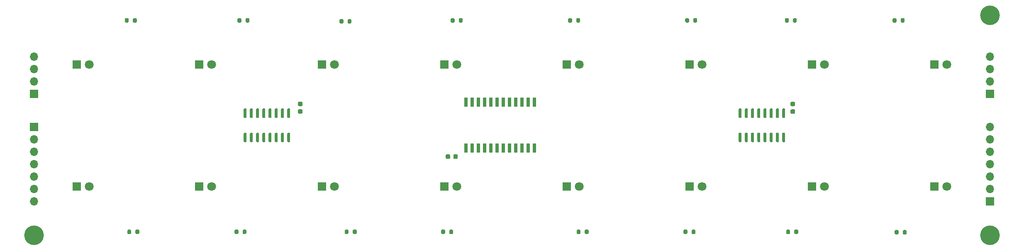
<source format=gbr>
%TF.GenerationSoftware,KiCad,Pcbnew,(5.1.7-0-10_14)*%
%TF.CreationDate,2020-10-27T13:19:28-03:00*%
%TF.ProjectId,macedo module 3,6d616365-646f-4206-9d6f-64756c652033,1*%
%TF.SameCoordinates,Original*%
%TF.FileFunction,Soldermask,Bot*%
%TF.FilePolarity,Negative*%
%FSLAX46Y46*%
G04 Gerber Fmt 4.6, Leading zero omitted, Abs format (unit mm)*
G04 Created by KiCad (PCBNEW (5.1.7-0-10_14)) date 2020-10-27 13:19:28*
%MOMM*%
%LPD*%
G01*
G04 APERTURE LIST*
%ADD10C,4.000000*%
%ADD11R,0.650000X1.950000*%
%ADD12C,1.800000*%
%ADD13R,1.800000X1.800000*%
%ADD14O,1.700000X1.700000*%
%ADD15R,1.700000X1.700000*%
G04 APERTURE END LIST*
D10*
%TO.C,REF\u002A\u002A*%
X247100000Y-64400000D03*
%TD*%
D11*
%TO.C,cd4067d1*%
X140165000Y-82125000D03*
X141435000Y-82125000D03*
X142705000Y-82125000D03*
X143975000Y-82125000D03*
X145245000Y-82125000D03*
X146515000Y-82125000D03*
X147785000Y-82125000D03*
X149055000Y-82125000D03*
X150325000Y-82125000D03*
X151595000Y-82125000D03*
X152865000Y-82125000D03*
X154135000Y-82125000D03*
X154135000Y-91575000D03*
X152865000Y-91575000D03*
X151595000Y-91575000D03*
X150325000Y-91575000D03*
X149055000Y-91575000D03*
X147785000Y-91575000D03*
X146515000Y-91575000D03*
X145245000Y-91575000D03*
X143975000Y-91575000D03*
X142705000Y-91575000D03*
X141435000Y-91575000D03*
X140165000Y-91575000D03*
%TD*%
D10*
%TO.C,REF\u002A\u002A*%
X247100000Y-109400000D03*
%TD*%
%TO.C,REF\u002A\u002A*%
X52100000Y-109400000D03*
%TD*%
D12*
%TO.C,D1*%
X63340000Y-74400000D03*
D13*
X60800000Y-74400000D03*
%TD*%
%TO.C,D2*%
X60800000Y-99400000D03*
D12*
X63340000Y-99400000D03*
%TD*%
D13*
%TO.C,D3*%
X85800000Y-74400000D03*
D12*
X88340000Y-74400000D03*
%TD*%
D13*
%TO.C,D4*%
X85800000Y-99400000D03*
D12*
X88340000Y-99400000D03*
%TD*%
%TO.C,D5*%
X113340000Y-74400000D03*
D13*
X110800000Y-74400000D03*
%TD*%
%TO.C,D6*%
X110800000Y-99400000D03*
D12*
X113340000Y-99400000D03*
%TD*%
D13*
%TO.C,D7*%
X135800000Y-74400000D03*
D12*
X138340000Y-74400000D03*
%TD*%
%TO.C,D8*%
X138340000Y-99400000D03*
D13*
X135800000Y-99400000D03*
%TD*%
%TO.C,D9*%
X160800000Y-74400000D03*
D12*
X163340000Y-74400000D03*
%TD*%
%TO.C,D10*%
X163340000Y-99400000D03*
D13*
X160800000Y-99400000D03*
%TD*%
D12*
%TO.C,D11*%
X188340000Y-74400000D03*
D13*
X185800000Y-74400000D03*
%TD*%
D12*
%TO.C,D12*%
X188340000Y-99400000D03*
D13*
X185800000Y-99400000D03*
%TD*%
%TO.C,D13*%
X210800000Y-74400000D03*
D12*
X213340000Y-74400000D03*
%TD*%
%TO.C,D14*%
X213340000Y-99400000D03*
D13*
X210800000Y-99400000D03*
%TD*%
D12*
%TO.C,D15*%
X238340000Y-74400000D03*
D13*
X235800000Y-74400000D03*
%TD*%
%TO.C,D16*%
X235800000Y-99400000D03*
D12*
X238340000Y-99400000D03*
%TD*%
D14*
%TO.C,4067_conn_1*%
X247100000Y-87200000D03*
X247100000Y-89740000D03*
X247100000Y-92280000D03*
X247100000Y-94820000D03*
X247100000Y-97360000D03*
X247100000Y-99900000D03*
D15*
X247100000Y-102440000D03*
%TD*%
%TO.C,4067_conn_2*%
X52100000Y-87190000D03*
D14*
X52100000Y-89730000D03*
X52100000Y-92270000D03*
X52100000Y-94810000D03*
X52100000Y-97350000D03*
X52100000Y-99890000D03*
X52100000Y-102430000D03*
%TD*%
D15*
%TO.C,595_conn_1*%
X52100000Y-80440000D03*
D14*
X52100000Y-77900000D03*
X52100000Y-75360000D03*
X52100000Y-72820000D03*
%TD*%
%TO.C,74hc595*%
G36*
G01*
X104195000Y-85400000D02*
X103895000Y-85400000D01*
G75*
G02*
X103745000Y-85250000I0J150000D01*
G01*
X103745000Y-83600000D01*
G75*
G02*
X103895000Y-83450000I150000J0D01*
G01*
X104195000Y-83450000D01*
G75*
G02*
X104345000Y-83600000I0J-150000D01*
G01*
X104345000Y-85250000D01*
G75*
G02*
X104195000Y-85400000I-150000J0D01*
G01*
G37*
G36*
G01*
X102925000Y-85400000D02*
X102625000Y-85400000D01*
G75*
G02*
X102475000Y-85250000I0J150000D01*
G01*
X102475000Y-83600000D01*
G75*
G02*
X102625000Y-83450000I150000J0D01*
G01*
X102925000Y-83450000D01*
G75*
G02*
X103075000Y-83600000I0J-150000D01*
G01*
X103075000Y-85250000D01*
G75*
G02*
X102925000Y-85400000I-150000J0D01*
G01*
G37*
G36*
G01*
X101655000Y-85400000D02*
X101355000Y-85400000D01*
G75*
G02*
X101205000Y-85250000I0J150000D01*
G01*
X101205000Y-83600000D01*
G75*
G02*
X101355000Y-83450000I150000J0D01*
G01*
X101655000Y-83450000D01*
G75*
G02*
X101805000Y-83600000I0J-150000D01*
G01*
X101805000Y-85250000D01*
G75*
G02*
X101655000Y-85400000I-150000J0D01*
G01*
G37*
G36*
G01*
X100385000Y-85400000D02*
X100085000Y-85400000D01*
G75*
G02*
X99935000Y-85250000I0J150000D01*
G01*
X99935000Y-83600000D01*
G75*
G02*
X100085000Y-83450000I150000J0D01*
G01*
X100385000Y-83450000D01*
G75*
G02*
X100535000Y-83600000I0J-150000D01*
G01*
X100535000Y-85250000D01*
G75*
G02*
X100385000Y-85400000I-150000J0D01*
G01*
G37*
G36*
G01*
X99115000Y-85400000D02*
X98815000Y-85400000D01*
G75*
G02*
X98665000Y-85250000I0J150000D01*
G01*
X98665000Y-83600000D01*
G75*
G02*
X98815000Y-83450000I150000J0D01*
G01*
X99115000Y-83450000D01*
G75*
G02*
X99265000Y-83600000I0J-150000D01*
G01*
X99265000Y-85250000D01*
G75*
G02*
X99115000Y-85400000I-150000J0D01*
G01*
G37*
G36*
G01*
X97845000Y-85400000D02*
X97545000Y-85400000D01*
G75*
G02*
X97395000Y-85250000I0J150000D01*
G01*
X97395000Y-83600000D01*
G75*
G02*
X97545000Y-83450000I150000J0D01*
G01*
X97845000Y-83450000D01*
G75*
G02*
X97995000Y-83600000I0J-150000D01*
G01*
X97995000Y-85250000D01*
G75*
G02*
X97845000Y-85400000I-150000J0D01*
G01*
G37*
G36*
G01*
X96575000Y-85400000D02*
X96275000Y-85400000D01*
G75*
G02*
X96125000Y-85250000I0J150000D01*
G01*
X96125000Y-83600000D01*
G75*
G02*
X96275000Y-83450000I150000J0D01*
G01*
X96575000Y-83450000D01*
G75*
G02*
X96725000Y-83600000I0J-150000D01*
G01*
X96725000Y-85250000D01*
G75*
G02*
X96575000Y-85400000I-150000J0D01*
G01*
G37*
G36*
G01*
X95305000Y-85400000D02*
X95005000Y-85400000D01*
G75*
G02*
X94855000Y-85250000I0J150000D01*
G01*
X94855000Y-83600000D01*
G75*
G02*
X95005000Y-83450000I150000J0D01*
G01*
X95305000Y-83450000D01*
G75*
G02*
X95455000Y-83600000I0J-150000D01*
G01*
X95455000Y-85250000D01*
G75*
G02*
X95305000Y-85400000I-150000J0D01*
G01*
G37*
G36*
G01*
X95305000Y-90350000D02*
X95005000Y-90350000D01*
G75*
G02*
X94855000Y-90200000I0J150000D01*
G01*
X94855000Y-88550000D01*
G75*
G02*
X95005000Y-88400000I150000J0D01*
G01*
X95305000Y-88400000D01*
G75*
G02*
X95455000Y-88550000I0J-150000D01*
G01*
X95455000Y-90200000D01*
G75*
G02*
X95305000Y-90350000I-150000J0D01*
G01*
G37*
G36*
G01*
X96575000Y-90350000D02*
X96275000Y-90350000D01*
G75*
G02*
X96125000Y-90200000I0J150000D01*
G01*
X96125000Y-88550000D01*
G75*
G02*
X96275000Y-88400000I150000J0D01*
G01*
X96575000Y-88400000D01*
G75*
G02*
X96725000Y-88550000I0J-150000D01*
G01*
X96725000Y-90200000D01*
G75*
G02*
X96575000Y-90350000I-150000J0D01*
G01*
G37*
G36*
G01*
X97845000Y-90350000D02*
X97545000Y-90350000D01*
G75*
G02*
X97395000Y-90200000I0J150000D01*
G01*
X97395000Y-88550000D01*
G75*
G02*
X97545000Y-88400000I150000J0D01*
G01*
X97845000Y-88400000D01*
G75*
G02*
X97995000Y-88550000I0J-150000D01*
G01*
X97995000Y-90200000D01*
G75*
G02*
X97845000Y-90350000I-150000J0D01*
G01*
G37*
G36*
G01*
X99115000Y-90350000D02*
X98815000Y-90350000D01*
G75*
G02*
X98665000Y-90200000I0J150000D01*
G01*
X98665000Y-88550000D01*
G75*
G02*
X98815000Y-88400000I150000J0D01*
G01*
X99115000Y-88400000D01*
G75*
G02*
X99265000Y-88550000I0J-150000D01*
G01*
X99265000Y-90200000D01*
G75*
G02*
X99115000Y-90350000I-150000J0D01*
G01*
G37*
G36*
G01*
X100385000Y-90350000D02*
X100085000Y-90350000D01*
G75*
G02*
X99935000Y-90200000I0J150000D01*
G01*
X99935000Y-88550000D01*
G75*
G02*
X100085000Y-88400000I150000J0D01*
G01*
X100385000Y-88400000D01*
G75*
G02*
X100535000Y-88550000I0J-150000D01*
G01*
X100535000Y-90200000D01*
G75*
G02*
X100385000Y-90350000I-150000J0D01*
G01*
G37*
G36*
G01*
X101655000Y-90350000D02*
X101355000Y-90350000D01*
G75*
G02*
X101205000Y-90200000I0J150000D01*
G01*
X101205000Y-88550000D01*
G75*
G02*
X101355000Y-88400000I150000J0D01*
G01*
X101655000Y-88400000D01*
G75*
G02*
X101805000Y-88550000I0J-150000D01*
G01*
X101805000Y-90200000D01*
G75*
G02*
X101655000Y-90350000I-150000J0D01*
G01*
G37*
G36*
G01*
X102925000Y-90350000D02*
X102625000Y-90350000D01*
G75*
G02*
X102475000Y-90200000I0J150000D01*
G01*
X102475000Y-88550000D01*
G75*
G02*
X102625000Y-88400000I150000J0D01*
G01*
X102925000Y-88400000D01*
G75*
G02*
X103075000Y-88550000I0J-150000D01*
G01*
X103075000Y-90200000D01*
G75*
G02*
X102925000Y-90350000I-150000J0D01*
G01*
G37*
G36*
G01*
X104195000Y-90350000D02*
X103895000Y-90350000D01*
G75*
G02*
X103745000Y-90200000I0J150000D01*
G01*
X103745000Y-88550000D01*
G75*
G02*
X103895000Y-88400000I150000J0D01*
G01*
X104195000Y-88400000D01*
G75*
G02*
X104345000Y-88550000I0J-150000D01*
G01*
X104345000Y-90200000D01*
G75*
G02*
X104195000Y-90350000I-150000J0D01*
G01*
G37*
%TD*%
%TO.C,74hc595_2*%
G36*
G01*
X205195000Y-90350000D02*
X204895000Y-90350000D01*
G75*
G02*
X204745000Y-90200000I0J150000D01*
G01*
X204745000Y-88550000D01*
G75*
G02*
X204895000Y-88400000I150000J0D01*
G01*
X205195000Y-88400000D01*
G75*
G02*
X205345000Y-88550000I0J-150000D01*
G01*
X205345000Y-90200000D01*
G75*
G02*
X205195000Y-90350000I-150000J0D01*
G01*
G37*
G36*
G01*
X203925000Y-90350000D02*
X203625000Y-90350000D01*
G75*
G02*
X203475000Y-90200000I0J150000D01*
G01*
X203475000Y-88550000D01*
G75*
G02*
X203625000Y-88400000I150000J0D01*
G01*
X203925000Y-88400000D01*
G75*
G02*
X204075000Y-88550000I0J-150000D01*
G01*
X204075000Y-90200000D01*
G75*
G02*
X203925000Y-90350000I-150000J0D01*
G01*
G37*
G36*
G01*
X202655000Y-90350000D02*
X202355000Y-90350000D01*
G75*
G02*
X202205000Y-90200000I0J150000D01*
G01*
X202205000Y-88550000D01*
G75*
G02*
X202355000Y-88400000I150000J0D01*
G01*
X202655000Y-88400000D01*
G75*
G02*
X202805000Y-88550000I0J-150000D01*
G01*
X202805000Y-90200000D01*
G75*
G02*
X202655000Y-90350000I-150000J0D01*
G01*
G37*
G36*
G01*
X201385000Y-90350000D02*
X201085000Y-90350000D01*
G75*
G02*
X200935000Y-90200000I0J150000D01*
G01*
X200935000Y-88550000D01*
G75*
G02*
X201085000Y-88400000I150000J0D01*
G01*
X201385000Y-88400000D01*
G75*
G02*
X201535000Y-88550000I0J-150000D01*
G01*
X201535000Y-90200000D01*
G75*
G02*
X201385000Y-90350000I-150000J0D01*
G01*
G37*
G36*
G01*
X200115000Y-90350000D02*
X199815000Y-90350000D01*
G75*
G02*
X199665000Y-90200000I0J150000D01*
G01*
X199665000Y-88550000D01*
G75*
G02*
X199815000Y-88400000I150000J0D01*
G01*
X200115000Y-88400000D01*
G75*
G02*
X200265000Y-88550000I0J-150000D01*
G01*
X200265000Y-90200000D01*
G75*
G02*
X200115000Y-90350000I-150000J0D01*
G01*
G37*
G36*
G01*
X198845000Y-90350000D02*
X198545000Y-90350000D01*
G75*
G02*
X198395000Y-90200000I0J150000D01*
G01*
X198395000Y-88550000D01*
G75*
G02*
X198545000Y-88400000I150000J0D01*
G01*
X198845000Y-88400000D01*
G75*
G02*
X198995000Y-88550000I0J-150000D01*
G01*
X198995000Y-90200000D01*
G75*
G02*
X198845000Y-90350000I-150000J0D01*
G01*
G37*
G36*
G01*
X197575000Y-90350000D02*
X197275000Y-90350000D01*
G75*
G02*
X197125000Y-90200000I0J150000D01*
G01*
X197125000Y-88550000D01*
G75*
G02*
X197275000Y-88400000I150000J0D01*
G01*
X197575000Y-88400000D01*
G75*
G02*
X197725000Y-88550000I0J-150000D01*
G01*
X197725000Y-90200000D01*
G75*
G02*
X197575000Y-90350000I-150000J0D01*
G01*
G37*
G36*
G01*
X196305000Y-90350000D02*
X196005000Y-90350000D01*
G75*
G02*
X195855000Y-90200000I0J150000D01*
G01*
X195855000Y-88550000D01*
G75*
G02*
X196005000Y-88400000I150000J0D01*
G01*
X196305000Y-88400000D01*
G75*
G02*
X196455000Y-88550000I0J-150000D01*
G01*
X196455000Y-90200000D01*
G75*
G02*
X196305000Y-90350000I-150000J0D01*
G01*
G37*
G36*
G01*
X196305000Y-85400000D02*
X196005000Y-85400000D01*
G75*
G02*
X195855000Y-85250000I0J150000D01*
G01*
X195855000Y-83600000D01*
G75*
G02*
X196005000Y-83450000I150000J0D01*
G01*
X196305000Y-83450000D01*
G75*
G02*
X196455000Y-83600000I0J-150000D01*
G01*
X196455000Y-85250000D01*
G75*
G02*
X196305000Y-85400000I-150000J0D01*
G01*
G37*
G36*
G01*
X197575000Y-85400000D02*
X197275000Y-85400000D01*
G75*
G02*
X197125000Y-85250000I0J150000D01*
G01*
X197125000Y-83600000D01*
G75*
G02*
X197275000Y-83450000I150000J0D01*
G01*
X197575000Y-83450000D01*
G75*
G02*
X197725000Y-83600000I0J-150000D01*
G01*
X197725000Y-85250000D01*
G75*
G02*
X197575000Y-85400000I-150000J0D01*
G01*
G37*
G36*
G01*
X198845000Y-85400000D02*
X198545000Y-85400000D01*
G75*
G02*
X198395000Y-85250000I0J150000D01*
G01*
X198395000Y-83600000D01*
G75*
G02*
X198545000Y-83450000I150000J0D01*
G01*
X198845000Y-83450000D01*
G75*
G02*
X198995000Y-83600000I0J-150000D01*
G01*
X198995000Y-85250000D01*
G75*
G02*
X198845000Y-85400000I-150000J0D01*
G01*
G37*
G36*
G01*
X200115000Y-85400000D02*
X199815000Y-85400000D01*
G75*
G02*
X199665000Y-85250000I0J150000D01*
G01*
X199665000Y-83600000D01*
G75*
G02*
X199815000Y-83450000I150000J0D01*
G01*
X200115000Y-83450000D01*
G75*
G02*
X200265000Y-83600000I0J-150000D01*
G01*
X200265000Y-85250000D01*
G75*
G02*
X200115000Y-85400000I-150000J0D01*
G01*
G37*
G36*
G01*
X201385000Y-85400000D02*
X201085000Y-85400000D01*
G75*
G02*
X200935000Y-85250000I0J150000D01*
G01*
X200935000Y-83600000D01*
G75*
G02*
X201085000Y-83450000I150000J0D01*
G01*
X201385000Y-83450000D01*
G75*
G02*
X201535000Y-83600000I0J-150000D01*
G01*
X201535000Y-85250000D01*
G75*
G02*
X201385000Y-85400000I-150000J0D01*
G01*
G37*
G36*
G01*
X202655000Y-85400000D02*
X202355000Y-85400000D01*
G75*
G02*
X202205000Y-85250000I0J150000D01*
G01*
X202205000Y-83600000D01*
G75*
G02*
X202355000Y-83450000I150000J0D01*
G01*
X202655000Y-83450000D01*
G75*
G02*
X202805000Y-83600000I0J-150000D01*
G01*
X202805000Y-85250000D01*
G75*
G02*
X202655000Y-85400000I-150000J0D01*
G01*
G37*
G36*
G01*
X203925000Y-85400000D02*
X203625000Y-85400000D01*
G75*
G02*
X203475000Y-85250000I0J150000D01*
G01*
X203475000Y-83600000D01*
G75*
G02*
X203625000Y-83450000I150000J0D01*
G01*
X203925000Y-83450000D01*
G75*
G02*
X204075000Y-83600000I0J-150000D01*
G01*
X204075000Y-85250000D01*
G75*
G02*
X203925000Y-85400000I-150000J0D01*
G01*
G37*
G36*
G01*
X205195000Y-85400000D02*
X204895000Y-85400000D01*
G75*
G02*
X204745000Y-85250000I0J150000D01*
G01*
X204745000Y-83600000D01*
G75*
G02*
X204895000Y-83450000I150000J0D01*
G01*
X205195000Y-83450000D01*
G75*
G02*
X205345000Y-83600000I0J-150000D01*
G01*
X205345000Y-85250000D01*
G75*
G02*
X205195000Y-85400000I-150000J0D01*
G01*
G37*
%TD*%
D15*
%TO.C,595_conn_2*%
X247100000Y-80440000D03*
D14*
X247100000Y-77900000D03*
X247100000Y-75360000D03*
X247100000Y-72820000D03*
%TD*%
%TO.C,C1*%
G36*
G01*
X106150000Y-83600000D02*
X106650000Y-83600000D01*
G75*
G02*
X106875000Y-83825000I0J-225000D01*
G01*
X106875000Y-84275000D01*
G75*
G02*
X106650000Y-84500000I-225000J0D01*
G01*
X106150000Y-84500000D01*
G75*
G02*
X105925000Y-84275000I0J225000D01*
G01*
X105925000Y-83825000D01*
G75*
G02*
X106150000Y-83600000I225000J0D01*
G01*
G37*
G36*
G01*
X106150000Y-82050000D02*
X106650000Y-82050000D01*
G75*
G02*
X106875000Y-82275000I0J-225000D01*
G01*
X106875000Y-82725000D01*
G75*
G02*
X106650000Y-82950000I-225000J0D01*
G01*
X106150000Y-82950000D01*
G75*
G02*
X105925000Y-82725000I0J225000D01*
G01*
X105925000Y-82275000D01*
G75*
G02*
X106150000Y-82050000I225000J0D01*
G01*
G37*
%TD*%
%TO.C,C2*%
G36*
G01*
X136075000Y-93550000D02*
X136075000Y-93050000D01*
G75*
G02*
X136300000Y-92825000I225000J0D01*
G01*
X136750000Y-92825000D01*
G75*
G02*
X136975000Y-93050000I0J-225000D01*
G01*
X136975000Y-93550000D01*
G75*
G02*
X136750000Y-93775000I-225000J0D01*
G01*
X136300000Y-93775000D01*
G75*
G02*
X136075000Y-93550000I0J225000D01*
G01*
G37*
G36*
G01*
X137625000Y-93550000D02*
X137625000Y-93050000D01*
G75*
G02*
X137850000Y-92825000I225000J0D01*
G01*
X138300000Y-92825000D01*
G75*
G02*
X138525000Y-93050000I0J-225000D01*
G01*
X138525000Y-93550000D01*
G75*
G02*
X138300000Y-93775000I-225000J0D01*
G01*
X137850000Y-93775000D01*
G75*
G02*
X137625000Y-93550000I0J225000D01*
G01*
G37*
%TD*%
%TO.C,C3*%
G36*
G01*
X206650000Y-82075000D02*
X207150000Y-82075000D01*
G75*
G02*
X207375000Y-82300000I0J-225000D01*
G01*
X207375000Y-82750000D01*
G75*
G02*
X207150000Y-82975000I-225000J0D01*
G01*
X206650000Y-82975000D01*
G75*
G02*
X206425000Y-82750000I0J225000D01*
G01*
X206425000Y-82300000D01*
G75*
G02*
X206650000Y-82075000I225000J0D01*
G01*
G37*
G36*
G01*
X206650000Y-83625000D02*
X207150000Y-83625000D01*
G75*
G02*
X207375000Y-83850000I0J-225000D01*
G01*
X207375000Y-84300000D01*
G75*
G02*
X207150000Y-84525000I-225000J0D01*
G01*
X206650000Y-84525000D01*
G75*
G02*
X206425000Y-84300000I0J225000D01*
G01*
X206425000Y-83850000D01*
G75*
G02*
X206650000Y-83625000I225000J0D01*
G01*
G37*
%TD*%
%TO.C,R1*%
G36*
G01*
X73025000Y-65125000D02*
X73025000Y-65675000D01*
G75*
G02*
X72825000Y-65875000I-200000J0D01*
G01*
X72425000Y-65875000D01*
G75*
G02*
X72225000Y-65675000I0J200000D01*
G01*
X72225000Y-65125000D01*
G75*
G02*
X72425000Y-64925000I200000J0D01*
G01*
X72825000Y-64925000D01*
G75*
G02*
X73025000Y-65125000I0J-200000D01*
G01*
G37*
G36*
G01*
X71375000Y-65125000D02*
X71375000Y-65675000D01*
G75*
G02*
X71175000Y-65875000I-200000J0D01*
G01*
X70775000Y-65875000D01*
G75*
G02*
X70575000Y-65675000I0J200000D01*
G01*
X70575000Y-65125000D01*
G75*
G02*
X70775000Y-64925000I200000J0D01*
G01*
X71175000Y-64925000D01*
G75*
G02*
X71375000Y-65125000I0J-200000D01*
G01*
G37*
%TD*%
%TO.C,R2*%
G36*
G01*
X72750000Y-108975000D02*
X72750000Y-108425000D01*
G75*
G02*
X72950000Y-108225000I200000J0D01*
G01*
X73350000Y-108225000D01*
G75*
G02*
X73550000Y-108425000I0J-200000D01*
G01*
X73550000Y-108975000D01*
G75*
G02*
X73350000Y-109175000I-200000J0D01*
G01*
X72950000Y-109175000D01*
G75*
G02*
X72750000Y-108975000I0J200000D01*
G01*
G37*
G36*
G01*
X71100000Y-108975000D02*
X71100000Y-108425000D01*
G75*
G02*
X71300000Y-108225000I200000J0D01*
G01*
X71700000Y-108225000D01*
G75*
G02*
X71900000Y-108425000I0J-200000D01*
G01*
X71900000Y-108975000D01*
G75*
G02*
X71700000Y-109175000I-200000J0D01*
G01*
X71300000Y-109175000D01*
G75*
G02*
X71100000Y-108975000I0J200000D01*
G01*
G37*
%TD*%
%TO.C,R3*%
G36*
G01*
X94375000Y-65125000D02*
X94375000Y-65675000D01*
G75*
G02*
X94175000Y-65875000I-200000J0D01*
G01*
X93775000Y-65875000D01*
G75*
G02*
X93575000Y-65675000I0J200000D01*
G01*
X93575000Y-65125000D01*
G75*
G02*
X93775000Y-64925000I200000J0D01*
G01*
X94175000Y-64925000D01*
G75*
G02*
X94375000Y-65125000I0J-200000D01*
G01*
G37*
G36*
G01*
X96025000Y-65125000D02*
X96025000Y-65675000D01*
G75*
G02*
X95825000Y-65875000I-200000J0D01*
G01*
X95425000Y-65875000D01*
G75*
G02*
X95225000Y-65675000I0J200000D01*
G01*
X95225000Y-65125000D01*
G75*
G02*
X95425000Y-64925000I200000J0D01*
G01*
X95825000Y-64925000D01*
G75*
G02*
X96025000Y-65125000I0J-200000D01*
G01*
G37*
%TD*%
%TO.C,R4*%
G36*
G01*
X92975000Y-108975000D02*
X92975000Y-108425000D01*
G75*
G02*
X93175000Y-108225000I200000J0D01*
G01*
X93575000Y-108225000D01*
G75*
G02*
X93775000Y-108425000I0J-200000D01*
G01*
X93775000Y-108975000D01*
G75*
G02*
X93575000Y-109175000I-200000J0D01*
G01*
X93175000Y-109175000D01*
G75*
G02*
X92975000Y-108975000I0J200000D01*
G01*
G37*
G36*
G01*
X94625000Y-108975000D02*
X94625000Y-108425000D01*
G75*
G02*
X94825000Y-108225000I200000J0D01*
G01*
X95225000Y-108225000D01*
G75*
G02*
X95425000Y-108425000I0J-200000D01*
G01*
X95425000Y-108975000D01*
G75*
G02*
X95225000Y-109175000I-200000J0D01*
G01*
X94825000Y-109175000D01*
G75*
G02*
X94625000Y-108975000I0J200000D01*
G01*
G37*
%TD*%
%TO.C,R5*%
G36*
G01*
X114400000Y-65875000D02*
X114400000Y-65325000D01*
G75*
G02*
X114600000Y-65125000I200000J0D01*
G01*
X115000000Y-65125000D01*
G75*
G02*
X115200000Y-65325000I0J-200000D01*
G01*
X115200000Y-65875000D01*
G75*
G02*
X115000000Y-66075000I-200000J0D01*
G01*
X114600000Y-66075000D01*
G75*
G02*
X114400000Y-65875000I0J200000D01*
G01*
G37*
G36*
G01*
X116050000Y-65875000D02*
X116050000Y-65325000D01*
G75*
G02*
X116250000Y-65125000I200000J0D01*
G01*
X116650000Y-65125000D01*
G75*
G02*
X116850000Y-65325000I0J-200000D01*
G01*
X116850000Y-65875000D01*
G75*
G02*
X116650000Y-66075000I-200000J0D01*
G01*
X116250000Y-66075000D01*
G75*
G02*
X116050000Y-65875000I0J200000D01*
G01*
G37*
%TD*%
%TO.C,R6*%
G36*
G01*
X116250000Y-108425000D02*
X116250000Y-108975000D01*
G75*
G02*
X116050000Y-109175000I-200000J0D01*
G01*
X115650000Y-109175000D01*
G75*
G02*
X115450000Y-108975000I0J200000D01*
G01*
X115450000Y-108425000D01*
G75*
G02*
X115650000Y-108225000I200000J0D01*
G01*
X116050000Y-108225000D01*
G75*
G02*
X116250000Y-108425000I0J-200000D01*
G01*
G37*
G36*
G01*
X117900000Y-108425000D02*
X117900000Y-108975000D01*
G75*
G02*
X117700000Y-109175000I-200000J0D01*
G01*
X117300000Y-109175000D01*
G75*
G02*
X117100000Y-108975000I0J200000D01*
G01*
X117100000Y-108425000D01*
G75*
G02*
X117300000Y-108225000I200000J0D01*
G01*
X117700000Y-108225000D01*
G75*
G02*
X117900000Y-108425000I0J-200000D01*
G01*
G37*
%TD*%
%TO.C,R7*%
G36*
G01*
X138750000Y-65675000D02*
X138750000Y-65125000D01*
G75*
G02*
X138950000Y-64925000I200000J0D01*
G01*
X139350000Y-64925000D01*
G75*
G02*
X139550000Y-65125000I0J-200000D01*
G01*
X139550000Y-65675000D01*
G75*
G02*
X139350000Y-65875000I-200000J0D01*
G01*
X138950000Y-65875000D01*
G75*
G02*
X138750000Y-65675000I0J200000D01*
G01*
G37*
G36*
G01*
X137100000Y-65675000D02*
X137100000Y-65125000D01*
G75*
G02*
X137300000Y-64925000I200000J0D01*
G01*
X137700000Y-64925000D01*
G75*
G02*
X137900000Y-65125000I0J-200000D01*
G01*
X137900000Y-65675000D01*
G75*
G02*
X137700000Y-65875000I-200000J0D01*
G01*
X137300000Y-65875000D01*
G75*
G02*
X137100000Y-65675000I0J200000D01*
G01*
G37*
%TD*%
%TO.C,R8*%
G36*
G01*
X137600000Y-108425000D02*
X137600000Y-108975000D01*
G75*
G02*
X137400000Y-109175000I-200000J0D01*
G01*
X137000000Y-109175000D01*
G75*
G02*
X136800000Y-108975000I0J200000D01*
G01*
X136800000Y-108425000D01*
G75*
G02*
X137000000Y-108225000I200000J0D01*
G01*
X137400000Y-108225000D01*
G75*
G02*
X137600000Y-108425000I0J-200000D01*
G01*
G37*
G36*
G01*
X135950000Y-108425000D02*
X135950000Y-108975000D01*
G75*
G02*
X135750000Y-109175000I-200000J0D01*
G01*
X135350000Y-109175000D01*
G75*
G02*
X135150000Y-108975000I0J200000D01*
G01*
X135150000Y-108425000D01*
G75*
G02*
X135350000Y-108225000I200000J0D01*
G01*
X135750000Y-108225000D01*
G75*
G02*
X135950000Y-108425000I0J-200000D01*
G01*
G37*
%TD*%
%TO.C,R9*%
G36*
G01*
X163500000Y-65125000D02*
X163500000Y-65675000D01*
G75*
G02*
X163300000Y-65875000I-200000J0D01*
G01*
X162900000Y-65875000D01*
G75*
G02*
X162700000Y-65675000I0J200000D01*
G01*
X162700000Y-65125000D01*
G75*
G02*
X162900000Y-64925000I200000J0D01*
G01*
X163300000Y-64925000D01*
G75*
G02*
X163500000Y-65125000I0J-200000D01*
G01*
G37*
G36*
G01*
X161850000Y-65125000D02*
X161850000Y-65675000D01*
G75*
G02*
X161650000Y-65875000I-200000J0D01*
G01*
X161250000Y-65875000D01*
G75*
G02*
X161050000Y-65675000I0J200000D01*
G01*
X161050000Y-65125000D01*
G75*
G02*
X161250000Y-64925000I200000J0D01*
G01*
X161650000Y-64925000D01*
G75*
G02*
X161850000Y-65125000I0J-200000D01*
G01*
G37*
%TD*%
%TO.C,R10*%
G36*
G01*
X164450000Y-108975000D02*
X164450000Y-108425000D01*
G75*
G02*
X164650000Y-108225000I200000J0D01*
G01*
X165050000Y-108225000D01*
G75*
G02*
X165250000Y-108425000I0J-200000D01*
G01*
X165250000Y-108975000D01*
G75*
G02*
X165050000Y-109175000I-200000J0D01*
G01*
X164650000Y-109175000D01*
G75*
G02*
X164450000Y-108975000I0J200000D01*
G01*
G37*
G36*
G01*
X162800000Y-108975000D02*
X162800000Y-108425000D01*
G75*
G02*
X163000000Y-108225000I200000J0D01*
G01*
X163400000Y-108225000D01*
G75*
G02*
X163600000Y-108425000I0J-200000D01*
G01*
X163600000Y-108975000D01*
G75*
G02*
X163400000Y-109175000I-200000J0D01*
G01*
X163000000Y-109175000D01*
G75*
G02*
X162800000Y-108975000I0J200000D01*
G01*
G37*
%TD*%
%TO.C,R11*%
G36*
G01*
X185750000Y-65125000D02*
X185750000Y-65675000D01*
G75*
G02*
X185550000Y-65875000I-200000J0D01*
G01*
X185150000Y-65875000D01*
G75*
G02*
X184950000Y-65675000I0J200000D01*
G01*
X184950000Y-65125000D01*
G75*
G02*
X185150000Y-64925000I200000J0D01*
G01*
X185550000Y-64925000D01*
G75*
G02*
X185750000Y-65125000I0J-200000D01*
G01*
G37*
G36*
G01*
X187400000Y-65125000D02*
X187400000Y-65675000D01*
G75*
G02*
X187200000Y-65875000I-200000J0D01*
G01*
X186800000Y-65875000D01*
G75*
G02*
X186600000Y-65675000I0J200000D01*
G01*
X186600000Y-65125000D01*
G75*
G02*
X186800000Y-64925000I200000J0D01*
G01*
X187200000Y-64925000D01*
G75*
G02*
X187400000Y-65125000I0J-200000D01*
G01*
G37*
%TD*%
%TO.C,R12*%
G36*
G01*
X184600000Y-108975000D02*
X184600000Y-108425000D01*
G75*
G02*
X184800000Y-108225000I200000J0D01*
G01*
X185200000Y-108225000D01*
G75*
G02*
X185400000Y-108425000I0J-200000D01*
G01*
X185400000Y-108975000D01*
G75*
G02*
X185200000Y-109175000I-200000J0D01*
G01*
X184800000Y-109175000D01*
G75*
G02*
X184600000Y-108975000I0J200000D01*
G01*
G37*
G36*
G01*
X186250000Y-108975000D02*
X186250000Y-108425000D01*
G75*
G02*
X186450000Y-108225000I200000J0D01*
G01*
X186850000Y-108225000D01*
G75*
G02*
X187050000Y-108425000I0J-200000D01*
G01*
X187050000Y-108975000D01*
G75*
G02*
X186850000Y-109175000I-200000J0D01*
G01*
X186450000Y-109175000D01*
G75*
G02*
X186250000Y-108975000I0J200000D01*
G01*
G37*
%TD*%
%TO.C,R13*%
G36*
G01*
X205275000Y-65675000D02*
X205275000Y-65125000D01*
G75*
G02*
X205475000Y-64925000I200000J0D01*
G01*
X205875000Y-64925000D01*
G75*
G02*
X206075000Y-65125000I0J-200000D01*
G01*
X206075000Y-65675000D01*
G75*
G02*
X205875000Y-65875000I-200000J0D01*
G01*
X205475000Y-65875000D01*
G75*
G02*
X205275000Y-65675000I0J200000D01*
G01*
G37*
G36*
G01*
X206925000Y-65675000D02*
X206925000Y-65125000D01*
G75*
G02*
X207125000Y-64925000I200000J0D01*
G01*
X207525000Y-64925000D01*
G75*
G02*
X207725000Y-65125000I0J-200000D01*
G01*
X207725000Y-65675000D01*
G75*
G02*
X207525000Y-65875000I-200000J0D01*
G01*
X207125000Y-65875000D01*
G75*
G02*
X206925000Y-65675000I0J200000D01*
G01*
G37*
%TD*%
%TO.C,R14*%
G36*
G01*
X206350000Y-108425000D02*
X206350000Y-108975000D01*
G75*
G02*
X206150000Y-109175000I-200000J0D01*
G01*
X205750000Y-109175000D01*
G75*
G02*
X205550000Y-108975000I0J200000D01*
G01*
X205550000Y-108425000D01*
G75*
G02*
X205750000Y-108225000I200000J0D01*
G01*
X206150000Y-108225000D01*
G75*
G02*
X206350000Y-108425000I0J-200000D01*
G01*
G37*
G36*
G01*
X208000000Y-108425000D02*
X208000000Y-108975000D01*
G75*
G02*
X207800000Y-109175000I-200000J0D01*
G01*
X207400000Y-109175000D01*
G75*
G02*
X207200000Y-108975000I0J200000D01*
G01*
X207200000Y-108425000D01*
G75*
G02*
X207400000Y-108225000I200000J0D01*
G01*
X207800000Y-108225000D01*
G75*
G02*
X208000000Y-108425000I0J-200000D01*
G01*
G37*
%TD*%
%TO.C,R15*%
G36*
G01*
X228900000Y-65675000D02*
X228900000Y-65125000D01*
G75*
G02*
X229100000Y-64925000I200000J0D01*
G01*
X229500000Y-64925000D01*
G75*
G02*
X229700000Y-65125000I0J-200000D01*
G01*
X229700000Y-65675000D01*
G75*
G02*
X229500000Y-65875000I-200000J0D01*
G01*
X229100000Y-65875000D01*
G75*
G02*
X228900000Y-65675000I0J200000D01*
G01*
G37*
G36*
G01*
X227250000Y-65675000D02*
X227250000Y-65125000D01*
G75*
G02*
X227450000Y-64925000I200000J0D01*
G01*
X227850000Y-64925000D01*
G75*
G02*
X228050000Y-65125000I0J-200000D01*
G01*
X228050000Y-65675000D01*
G75*
G02*
X227850000Y-65875000I-200000J0D01*
G01*
X227450000Y-65875000D01*
G75*
G02*
X227250000Y-65675000I0J200000D01*
G01*
G37*
%TD*%
%TO.C,R16*%
G36*
G01*
X230150000Y-108525000D02*
X230150000Y-109075000D01*
G75*
G02*
X229950000Y-109275000I-200000J0D01*
G01*
X229550000Y-109275000D01*
G75*
G02*
X229350000Y-109075000I0J200000D01*
G01*
X229350000Y-108525000D01*
G75*
G02*
X229550000Y-108325000I200000J0D01*
G01*
X229950000Y-108325000D01*
G75*
G02*
X230150000Y-108525000I0J-200000D01*
G01*
G37*
G36*
G01*
X228500000Y-108525000D02*
X228500000Y-109075000D01*
G75*
G02*
X228300000Y-109275000I-200000J0D01*
G01*
X227900000Y-109275000D01*
G75*
G02*
X227700000Y-109075000I0J200000D01*
G01*
X227700000Y-108525000D01*
G75*
G02*
X227900000Y-108325000I200000J0D01*
G01*
X228300000Y-108325000D01*
G75*
G02*
X228500000Y-108525000I0J-200000D01*
G01*
G37*
%TD*%
M02*

</source>
